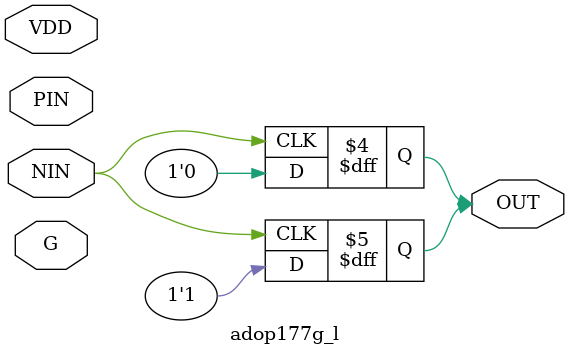
<source format=v>
/* 
 *  Created:  < wittich 17/08/95>
 *  Time-stamp: <95/08/17 21:17:03 wittich>
 *  filename: /tape/snopcb/snolib_fec32/adop177g_l/verilog_lib/verilog.v
 *  
 *  Comments: verilog null model for adop177g_l, precision op-amp.
 *
 *  Modification History:
 *  ------------------------------
 *  17/08/95          Created.  body copied from RGV's SNOOPAMP.v in
 *                    snoveriloglib. 
 *  17/08/95          I made this name lower-case.  how can I tell vloglink
 *                    to use upper case? 
 */ 
`timescale  1ns/1ns

module adop177g_l(NIN, PIN, OUT, G, VDD) ;
   input NIN, PIN;
   input G, VDD;
   output OUT;

   
   reg        OUT;
   wire       NIN, PIN;
     
   initial OUT= 0;

     
   always @(posedge NIN) begin
      #1;
      OUT=1;
   end

   always @(negedge NIN) begin
      #1;
      OUT=0;
   end


endmodule /* ADOP177G_L */
   


</source>
